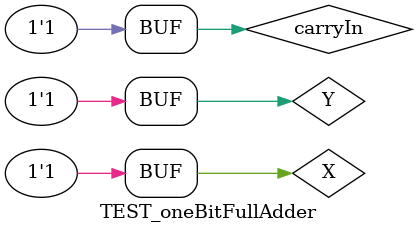
<source format=v>
`timescale 1ns / 1ps


module TEST_oneBitFullAdder(

);
    reg X;
    reg Y;
    reg carryIn;
    wire Z;
    wire carryOut;
    
    oneBitFullAdder UUT (
       .X(X),
       .Y(Y),
       .carryIn(carryIn),
       .Z(Z),
       .carryOut(carryOut)
    ); //variables are the term inside the brackets the function terms are arbritary
    
    initial begin
        X = 1'b0;
        Y = 1'b0;
        carryIn = 1'b0;
    
        #10 // wait for 10 time-steps
        X = 1'b1;
        Y = 1'b0;
        carryIn = 1'b0;
    
        #10
        X = 1'b0;
        Y = 1'b1;
        carryIn = 1'b0;
    
        #10
        X = 1'b1;
        Y = 1'b1;
        carryIn = 1'b0;

        #10
        X = 1'b0;
        Y = 1'b0;
        carryIn = 1'b1;
    
        #10 // wait for 10 time-steps
        X = 1'b1;
        Y = 1'b0;
        carryIn = 1'b1;
    
        #10
        X = 1'b0;
        Y = 1'b1;
        carryIn = 1'b1;
    
        #10
        X = 1'b1;
        Y = 1'b1;
        carryIn = 1'b1;
    // Other input conditions...
    end
endmodule

</source>
